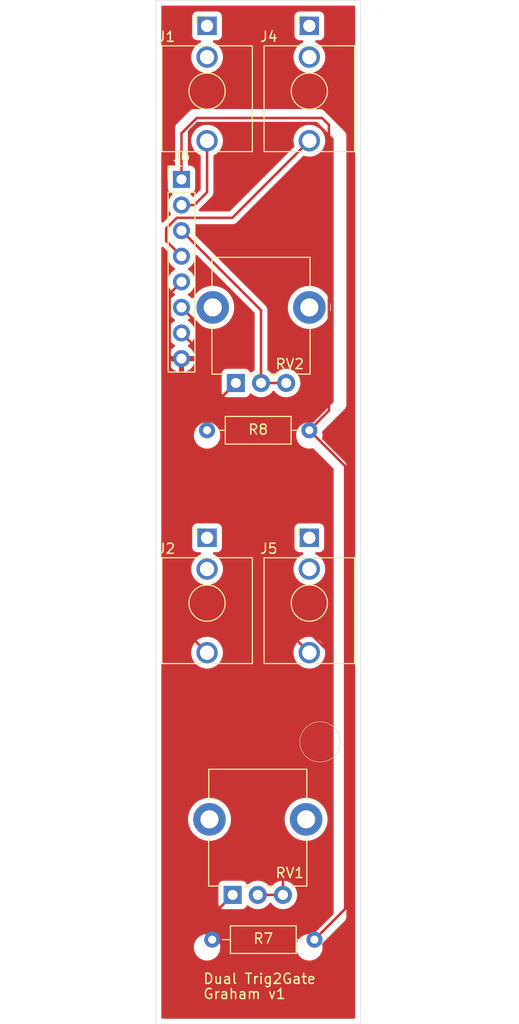
<source format=kicad_pcb>
(kicad_pcb (version 20171130) (host pcbnew 5.1.6-1.fc31)

  (general
    (thickness 1.6)
    (drawings 7)
    (tracks 45)
    (zones 0)
    (modules 9)
    (nets 15)
  )

  (page A4)
  (layers
    (0 F.Cu signal)
    (31 B.Cu signal)
    (32 B.Adhes user)
    (33 F.Adhes user)
    (34 B.Paste user)
    (35 F.Paste user)
    (36 B.SilkS user)
    (37 F.SilkS user)
    (38 B.Mask user)
    (39 F.Mask user)
    (40 Dwgs.User user)
    (41 Cmts.User user)
    (42 Eco1.User user)
    (43 Eco2.User user)
    (44 Edge.Cuts user)
    (45 Margin user)
    (46 B.CrtYd user)
    (47 F.CrtYd user)
    (48 B.Fab user)
    (49 F.Fab user)
  )

  (setup
    (last_trace_width 0.25)
    (trace_clearance 0.2)
    (zone_clearance 0.508)
    (zone_45_only no)
    (trace_min 0.2)
    (via_size 0.8)
    (via_drill 0.4)
    (via_min_size 0.4)
    (via_min_drill 0.3)
    (uvia_size 0.3)
    (uvia_drill 0.1)
    (uvias_allowed no)
    (uvia_min_size 0.2)
    (uvia_min_drill 0.1)
    (edge_width 0.05)
    (segment_width 0.2)
    (pcb_text_width 0.3)
    (pcb_text_size 1.5 1.5)
    (mod_edge_width 0.12)
    (mod_text_size 1 1)
    (mod_text_width 0.15)
    (pad_size 1.524 1.524)
    (pad_drill 0.762)
    (pad_to_mask_clearance 0.05)
    (aux_axis_origin 0 0)
    (visible_elements FFFFFF7F)
    (pcbplotparams
      (layerselection 0x010fc_ffffffff)
      (usegerberextensions false)
      (usegerberattributes true)
      (usegerberadvancedattributes true)
      (creategerberjobfile true)
      (excludeedgelayer true)
      (linewidth 0.100000)
      (plotframeref false)
      (viasonmask false)
      (mode 1)
      (useauxorigin false)
      (hpglpennumber 1)
      (hpglpenspeed 20)
      (hpglpendiameter 15.000000)
      (psnegative false)
      (psa4output false)
      (plotreference true)
      (plotvalue true)
      (plotinvisibletext false)
      (padsonsilk false)
      (subtractmaskfromsilk false)
      (outputformat 1)
      (mirror false)
      (drillshape 1)
      (scaleselection 1)
      (outputdirectory ""))
  )

  (net 0 "")
  (net 1 GND)
  (net 2 +12V)
  (net 3 "Net-(J1-PadS)")
  (net 4 "Net-(J2-PadS)")
  (net 5 "Net-(J4-PadS)")
  (net 6 "Net-(J5-PadS)")
  (net 7 "Net-(R7-Pad2)")
  (net 8 "Net-(R8-Pad2)")
  (net 9 V2)
  (net 10 V1)
  (net 11 T1)
  (net 12 T2)
  (net 13 G1)
  (net 14 G2)

  (net_class Default "This is the default net class."
    (clearance 0.2)
    (trace_width 0.25)
    (via_dia 0.8)
    (via_drill 0.4)
    (uvia_dia 0.3)
    (uvia_drill 0.1)
    (add_net +12V)
    (add_net G1)
    (add_net G2)
    (add_net GND)
    (add_net "Net-(J1-PadS)")
    (add_net "Net-(J2-PadS)")
    (add_net "Net-(J4-PadS)")
    (add_net "Net-(J5-PadS)")
    (add_net "Net-(R7-Pad2)")
    (add_net "Net-(R8-Pad2)")
    (add_net T1)
    (add_net T2)
    (add_net V1)
    (add_net V2)
  )

  (module Connector_PinHeader_2.54mm:PinHeader_1x08_P2.54mm_Vertical (layer F.Cu) (tedit 59FED5CC) (tstamp 5F7B1C54)
    (at 78.74 43.18)
    (descr "Through hole straight pin header, 1x08, 2.54mm pitch, single row")
    (tags "Through hole pin header THT 1x08 2.54mm single row")
    (path /5F8E37AB)
    (fp_text reference J6 (at 0 -2.33) (layer F.SilkS)
      (effects (font (size 1 1) (thickness 0.15)))
    )
    (fp_text value Conn_01x08_Male (at -3.74 8.82 90) (layer F.Fab)
      (effects (font (size 1 1) (thickness 0.15)))
    )
    (fp_line (start -0.635 -1.27) (end 1.27 -1.27) (layer F.Fab) (width 0.1))
    (fp_line (start 1.27 -1.27) (end 1.27 19.05) (layer F.Fab) (width 0.1))
    (fp_line (start 1.27 19.05) (end -1.27 19.05) (layer F.Fab) (width 0.1))
    (fp_line (start -1.27 19.05) (end -1.27 -0.635) (layer F.Fab) (width 0.1))
    (fp_line (start -1.27 -0.635) (end -0.635 -1.27) (layer F.Fab) (width 0.1))
    (fp_line (start -1.33 19.11) (end 1.33 19.11) (layer F.SilkS) (width 0.12))
    (fp_line (start -1.33 1.27) (end -1.33 19.11) (layer F.SilkS) (width 0.12))
    (fp_line (start 1.33 1.27) (end 1.33 19.11) (layer F.SilkS) (width 0.12))
    (fp_line (start -1.33 1.27) (end 1.33 1.27) (layer F.SilkS) (width 0.12))
    (fp_line (start -1.33 0) (end -1.33 -1.33) (layer F.SilkS) (width 0.12))
    (fp_line (start -1.33 -1.33) (end 0 -1.33) (layer F.SilkS) (width 0.12))
    (fp_line (start -1.8 -1.8) (end -1.8 19.55) (layer F.CrtYd) (width 0.05))
    (fp_line (start -1.8 19.55) (end 1.8 19.55) (layer F.CrtYd) (width 0.05))
    (fp_line (start 1.8 19.55) (end 1.8 -1.8) (layer F.CrtYd) (width 0.05))
    (fp_line (start 1.8 -1.8) (end -1.8 -1.8) (layer F.CrtYd) (width 0.05))
    (fp_text user %R (at 0 8.89 90) (layer F.Fab)
      (effects (font (size 1 1) (thickness 0.15)))
    )
    (pad 8 thru_hole oval (at 0 17.78) (size 1.7 1.7) (drill 1) (layers *.Cu *.Mask)
      (net 1 GND))
    (pad 7 thru_hole oval (at 0 15.24) (size 1.7 1.7) (drill 1) (layers *.Cu *.Mask)
      (net 14 G2))
    (pad 6 thru_hole oval (at 0 12.7) (size 1.7 1.7) (drill 1) (layers *.Cu *.Mask)
      (net 9 V2))
    (pad 5 thru_hole oval (at 0 10.16) (size 1.7 1.7) (drill 1) (layers *.Cu *.Mask)
      (net 12 T2))
    (pad 4 thru_hole oval (at 0 7.62) (size 1.7 1.7) (drill 1) (layers *.Cu *.Mask)
      (net 13 G1))
    (pad 3 thru_hole oval (at 0 5.08) (size 1.7 1.7) (drill 1) (layers *.Cu *.Mask)
      (net 10 V1))
    (pad 2 thru_hole oval (at 0 2.54) (size 1.7 1.7) (drill 1) (layers *.Cu *.Mask)
      (net 11 T1))
    (pad 1 thru_hole rect (at 0 0) (size 1.7 1.7) (drill 1) (layers *.Cu *.Mask)
      (net 2 +12V))
    (model ${KISYS3DMOD}/Connector_PinHeader_2.54mm.3dshapes/PinHeader_1x08_P2.54mm_Vertical.wrl
      (at (xyz 0 0 0))
      (scale (xyz 1 1 1))
      (rotate (xyz 0 0 0))
    )
  )

  (module Potentiometer_THT:Potentiometer_Alpha_RD901F-40-00D_Single_Vertical_CircularHoles (layer F.Cu) (tedit 5C6C6C48) (tstamp 5F7B211F)
    (at 84.14 63.38 90)
    (descr "Potentiometer, vertical, 9mm, single, http://www.taiwanalpha.com.tw/downloads?target=products&id=113")
    (tags "potentiometer vertical 9mm single")
    (path /5F7CF89D)
    (fp_text reference RV2 (at 1.88 5.36) (layer F.SilkS)
      (effects (font (size 1 1) (thickness 0.15)))
    )
    (fp_text value 1M (at 1.88 13.86 180) (layer F.Fab)
      (effects (font (size 1 1) (thickness 0.15)))
    )
    (fp_line (start -1.15 9.17) (end 12.6 9.17) (layer F.CrtYd) (width 0.05))
    (fp_line (start -1.15 -4.17) (end -1.15 9.17) (layer F.CrtYd) (width 0.05))
    (fp_line (start 12.6 -4.17) (end -1.15 -4.17) (layer F.CrtYd) (width 0.05))
    (fp_line (start 12.6 9.17) (end 12.6 -4.17) (layer F.CrtYd) (width 0.05))
    (fp_line (start 12.47 7.37) (end 12.47 -2.37) (layer F.SilkS) (width 0.12))
    (fp_line (start 0.88 7.37) (end 0.88 5.88) (layer F.SilkS) (width 0.12))
    (fp_line (start 9.41 7.37) (end 12.47 7.37) (layer F.SilkS) (width 0.12))
    (fp_line (start 0.88 -2.38) (end 5.6 -2.38) (layer F.SilkS) (width 0.12))
    (fp_circle (center 7.5 2.5) (end 7.5 -1) (layer F.Fab) (width 0.1))
    (fp_line (start 1 7.25) (end 1 -2.25) (layer F.Fab) (width 0.1))
    (fp_line (start 12.35 7.25) (end 12.35 -2.25) (layer F.Fab) (width 0.1))
    (fp_line (start 1 -2.25) (end 12.35 -2.25) (layer F.Fab) (width 0.1))
    (fp_line (start 1 7.25) (end 12.35 7.25) (layer F.Fab) (width 0.1))
    (fp_line (start 9.41 -2.37) (end 12.47 -2.37) (layer F.SilkS) (width 0.12))
    (fp_line (start 0.88 7.37) (end 5.6 7.37) (layer F.SilkS) (width 0.12))
    (fp_line (start 0.88 -1.19) (end 0.88 -2.37) (layer F.SilkS) (width 0.12))
    (fp_line (start 0.88 1.71) (end 0.88 1.18) (layer F.SilkS) (width 0.12))
    (fp_line (start 0.88 4.16) (end 0.88 3.33) (layer F.SilkS) (width 0.12))
    (fp_text user %R (at 1.88 5.36 180) (layer F.Fab)
      (effects (font (size 1 1) (thickness 0.15)))
    )
    (pad "" thru_hole circle (at 7.5 -2.3 180) (size 3.24 3.24) (drill 1.8) (layers *.Cu *.Mask))
    (pad "" thru_hole circle (at 7.5 7.3 180) (size 3.24 3.24) (drill 1.8) (layers *.Cu *.Mask))
    (pad 3 thru_hole circle (at 0 5 180) (size 1.8 1.8) (drill 1) (layers *.Cu *.Mask)
      (net 10 V1))
    (pad 2 thru_hole circle (at 0 2.5 180) (size 1.8 1.8) (drill 1) (layers *.Cu *.Mask)
      (net 10 V1))
    (pad 1 thru_hole rect (at 0 0 180) (size 1.8 1.8) (drill 1) (layers *.Cu *.Mask)
      (net 8 "Net-(R8-Pad2)"))
    (model ${KISYS3DMOD}/Potentiometer_THT.3dshapes/Potentiometer_Alpha_RD901F-40-00D_Single_Vertical.wrl
      (at (xyz 0 0 0))
      (scale (xyz 1 1 1))
      (rotate (xyz 0 0 0))
    )
  )

  (module Potentiometer_THT:Potentiometer_Alpha_RD901F-40-00D_Single_Vertical_CircularHoles (layer F.Cu) (tedit 5C6C6C48) (tstamp 5F7AF740)
    (at 83.82 114.18 90)
    (descr "Potentiometer, vertical, 9mm, single, http://www.taiwanalpha.com.tw/downloads?target=products&id=113")
    (tags "potentiometer vertical 9mm single")
    (path /5F8181EA)
    (fp_text reference RV1 (at 2.18 5.68) (layer F.SilkS)
      (effects (font (size 1 1) (thickness 0.15)))
    )
    (fp_text value 1M (at 0 10.11 270) (layer F.Fab)
      (effects (font (size 1 1) (thickness 0.15)))
    )
    (fp_line (start -1.15 9.17) (end 12.6 9.17) (layer F.CrtYd) (width 0.05))
    (fp_line (start -1.15 -4.17) (end -1.15 9.17) (layer F.CrtYd) (width 0.05))
    (fp_line (start 12.6 -4.17) (end -1.15 -4.17) (layer F.CrtYd) (width 0.05))
    (fp_line (start 12.6 9.17) (end 12.6 -4.17) (layer F.CrtYd) (width 0.05))
    (fp_line (start 12.47 7.37) (end 12.47 -2.37) (layer F.SilkS) (width 0.12))
    (fp_line (start 0.88 7.37) (end 0.88 5.88) (layer F.SilkS) (width 0.12))
    (fp_line (start 9.41 7.37) (end 12.47 7.37) (layer F.SilkS) (width 0.12))
    (fp_line (start 0.88 -2.38) (end 5.6 -2.38) (layer F.SilkS) (width 0.12))
    (fp_circle (center 7.5 2.5) (end 7.5 -1) (layer F.Fab) (width 0.1))
    (fp_line (start 1 7.25) (end 1 -2.25) (layer F.Fab) (width 0.1))
    (fp_line (start 12.35 7.25) (end 12.35 -2.25) (layer F.Fab) (width 0.1))
    (fp_line (start 1 -2.25) (end 12.35 -2.25) (layer F.Fab) (width 0.1))
    (fp_line (start 1 7.25) (end 12.35 7.25) (layer F.Fab) (width 0.1))
    (fp_line (start 9.41 -2.37) (end 12.47 -2.37) (layer F.SilkS) (width 0.12))
    (fp_line (start 0.88 7.37) (end 5.6 7.37) (layer F.SilkS) (width 0.12))
    (fp_line (start 0.88 -1.19) (end 0.88 -2.37) (layer F.SilkS) (width 0.12))
    (fp_line (start 0.88 1.71) (end 0.88 1.18) (layer F.SilkS) (width 0.12))
    (fp_line (start 0.88 4.16) (end 0.88 3.33) (layer F.SilkS) (width 0.12))
    (fp_text user %R (at 2.18 5.68 180) (layer F.Fab)
      (effects (font (size 1 1) (thickness 0.15)))
    )
    (pad "" thru_hole circle (at 7.5 -2.3 180) (size 3.24 3.24) (drill 1.8) (layers *.Cu *.Mask))
    (pad "" thru_hole circle (at 7.5 7.3 180) (size 3.24 3.24) (drill 1.8) (layers *.Cu *.Mask))
    (pad 3 thru_hole circle (at 0 5 180) (size 1.8 1.8) (drill 1) (layers *.Cu *.Mask)
      (net 9 V2))
    (pad 2 thru_hole circle (at 0 2.5 180) (size 1.8 1.8) (drill 1) (layers *.Cu *.Mask)
      (net 9 V2))
    (pad 1 thru_hole rect (at 0 0 180) (size 1.8 1.8) (drill 1) (layers *.Cu *.Mask)
      (net 7 "Net-(R7-Pad2)"))
    (model ${KISYS3DMOD}/Potentiometer_THT.3dshapes/Potentiometer_Alpha_RD901F-40-00D_Single_Vertical.wrl
      (at (xyz 0 0 0))
      (scale (xyz 1 1 1))
      (rotate (xyz 0 0 0))
    )
  )

  (module Resistor_THT:R_Axial_DIN0207_L6.3mm_D2.5mm_P10.16mm_Horizontal (layer F.Cu) (tedit 5AE5139B) (tstamp 5F7AF69A)
    (at 91.44 68.072 180)
    (descr "Resistor, Axial_DIN0207 series, Axial, Horizontal, pin pitch=10.16mm, 0.25W = 1/4W, length*diameter=6.3*2.5mm^2, http://cdn-reichelt.de/documents/datenblatt/B400/1_4W%23YAG.pdf")
    (tags "Resistor Axial_DIN0207 series Axial Horizontal pin pitch 10.16mm 0.25W = 1/4W length 6.3mm diameter 2.5mm")
    (path /5F7CC464)
    (fp_text reference R8 (at 5.08 0.072) (layer F.SilkS)
      (effects (font (size 1 1) (thickness 0.15)))
    )
    (fp_text value 2K2 (at -7.06 0.072) (layer F.Fab)
      (effects (font (size 1 1) (thickness 0.15)))
    )
    (fp_line (start 1.93 -1.25) (end 1.93 1.25) (layer F.Fab) (width 0.1))
    (fp_line (start 1.93 1.25) (end 8.23 1.25) (layer F.Fab) (width 0.1))
    (fp_line (start 8.23 1.25) (end 8.23 -1.25) (layer F.Fab) (width 0.1))
    (fp_line (start 8.23 -1.25) (end 1.93 -1.25) (layer F.Fab) (width 0.1))
    (fp_line (start 0 0) (end 1.93 0) (layer F.Fab) (width 0.1))
    (fp_line (start 10.16 0) (end 8.23 0) (layer F.Fab) (width 0.1))
    (fp_line (start 1.81 -1.37) (end 1.81 1.37) (layer F.SilkS) (width 0.12))
    (fp_line (start 1.81 1.37) (end 8.35 1.37) (layer F.SilkS) (width 0.12))
    (fp_line (start 8.35 1.37) (end 8.35 -1.37) (layer F.SilkS) (width 0.12))
    (fp_line (start 8.35 -1.37) (end 1.81 -1.37) (layer F.SilkS) (width 0.12))
    (fp_line (start 1.04 0) (end 1.81 0) (layer F.SilkS) (width 0.12))
    (fp_line (start 9.12 0) (end 8.35 0) (layer F.SilkS) (width 0.12))
    (fp_line (start -1.05 -1.5) (end -1.05 1.5) (layer F.CrtYd) (width 0.05))
    (fp_line (start -1.05 1.5) (end 11.21 1.5) (layer F.CrtYd) (width 0.05))
    (fp_line (start 11.21 1.5) (end 11.21 -1.5) (layer F.CrtYd) (width 0.05))
    (fp_line (start 11.21 -1.5) (end -1.05 -1.5) (layer F.CrtYd) (width 0.05))
    (fp_text user %R (at 5.08 0) (layer F.Fab)
      (effects (font (size 1 1) (thickness 0.15)))
    )
    (pad 2 thru_hole oval (at 10.16 0 180) (size 1.6 1.6) (drill 0.8) (layers *.Cu *.Mask)
      (net 8 "Net-(R8-Pad2)"))
    (pad 1 thru_hole circle (at 0 0 180) (size 1.6 1.6) (drill 0.8) (layers *.Cu *.Mask)
      (net 2 +12V))
    (model ${KISYS3DMOD}/Resistor_THT.3dshapes/R_Axial_DIN0207_L6.3mm_D2.5mm_P10.16mm_Horizontal.wrl
      (at (xyz 0 0 0))
      (scale (xyz 1 1 1))
      (rotate (xyz 0 0 0))
    )
  )

  (module Resistor_THT:R_Axial_DIN0207_L6.3mm_D2.5mm_P10.16mm_Horizontal (layer F.Cu) (tedit 5AE5139B) (tstamp 5F7AF683)
    (at 91.948 118.618 180)
    (descr "Resistor, Axial_DIN0207 series, Axial, Horizontal, pin pitch=10.16mm, 0.25W = 1/4W, length*diameter=6.3*2.5mm^2, http://cdn-reichelt.de/documents/datenblatt/B400/1_4W%23YAG.pdf")
    (tags "Resistor Axial_DIN0207 series Axial Horizontal pin pitch 10.16mm 0.25W = 1/4W length 6.3mm diameter 2.5mm")
    (path /5F81A1F4)
    (fp_text reference R7 (at 5.08 0.118) (layer F.SilkS)
      (effects (font (size 1 1) (thickness 0.15)))
    )
    (fp_text value 2K2 (at -7.552 0.618) (layer F.Fab)
      (effects (font (size 1 1) (thickness 0.15)))
    )
    (fp_line (start 1.93 -1.25) (end 1.93 1.25) (layer F.Fab) (width 0.1))
    (fp_line (start 1.93 1.25) (end 8.23 1.25) (layer F.Fab) (width 0.1))
    (fp_line (start 8.23 1.25) (end 8.23 -1.25) (layer F.Fab) (width 0.1))
    (fp_line (start 8.23 -1.25) (end 1.93 -1.25) (layer F.Fab) (width 0.1))
    (fp_line (start 0 0) (end 1.93 0) (layer F.Fab) (width 0.1))
    (fp_line (start 10.16 0) (end 8.23 0) (layer F.Fab) (width 0.1))
    (fp_line (start 1.81 -1.37) (end 1.81 1.37) (layer F.SilkS) (width 0.12))
    (fp_line (start 1.81 1.37) (end 8.35 1.37) (layer F.SilkS) (width 0.12))
    (fp_line (start 8.35 1.37) (end 8.35 -1.37) (layer F.SilkS) (width 0.12))
    (fp_line (start 8.35 -1.37) (end 1.81 -1.37) (layer F.SilkS) (width 0.12))
    (fp_line (start 1.04 0) (end 1.81 0) (layer F.SilkS) (width 0.12))
    (fp_line (start 9.12 0) (end 8.35 0) (layer F.SilkS) (width 0.12))
    (fp_line (start -1.05 -1.5) (end -1.05 1.5) (layer F.CrtYd) (width 0.05))
    (fp_line (start -1.05 1.5) (end 11.21 1.5) (layer F.CrtYd) (width 0.05))
    (fp_line (start 11.21 1.5) (end 11.21 -1.5) (layer F.CrtYd) (width 0.05))
    (fp_line (start 11.21 -1.5) (end -1.05 -1.5) (layer F.CrtYd) (width 0.05))
    (fp_text user %R (at 5.08 0) (layer F.Fab)
      (effects (font (size 1 1) (thickness 0.15)))
    )
    (pad 2 thru_hole oval (at 10.16 0 180) (size 1.6 1.6) (drill 0.8) (layers *.Cu *.Mask)
      (net 7 "Net-(R7-Pad2)"))
    (pad 1 thru_hole circle (at 0 0 180) (size 1.6 1.6) (drill 0.8) (layers *.Cu *.Mask)
      (net 2 +12V))
    (model ${KISYS3DMOD}/Resistor_THT.3dshapes/R_Axial_DIN0207_L6.3mm_D2.5mm_P10.16mm_Horizontal.wrl
      (at (xyz 0 0 0))
      (scale (xyz 1 1 1))
      (rotate (xyz 0 0 0))
    )
  )

  (module Connector_Audio:Jack_3.5mm_QingPu_WQP-PJ398SM_Vertical_CircularHoles (layer F.Cu) (tedit 5C2B6BB2) (tstamp 5F7AF5BE)
    (at 91.44 78.74)
    (descr "TRS 3.5mm, vertical, Thonkiconn, PCB mount, (http://www.qingpu-electronics.com/en/products/WQP-PJ398SM-362.html)")
    (tags "WQP-PJ398SM WQP-PJ301M-12 TRS 3.5mm mono vertical jack thonkiconn qingpu")
    (path /5F7A7771)
    (fp_text reference J5 (at -4.03 1.08 180) (layer F.SilkS)
      (effects (font (size 1 1) (thickness 0.15)))
    )
    (fp_text value AudioJack2_Ground (at 13.56 -0.24 180) (layer F.Fab)
      (effects (font (size 1 1) (thickness 0.15)))
    )
    (fp_line (start -5 12.98) (end -5 -1.42) (layer F.CrtYd) (width 0.05))
    (fp_line (start -4.5 12.48) (end -4.5 2.08) (layer F.Fab) (width 0.1))
    (fp_line (start -4.5 1.98) (end -4.5 12.48) (layer F.SilkS) (width 0.12))
    (fp_line (start 4.5 1.98) (end 4.5 12.48) (layer F.SilkS) (width 0.12))
    (fp_circle (center 0 6.48) (end 1.5 6.48) (layer Dwgs.User) (width 0.12))
    (fp_line (start 0.09 7.96) (end 1.48 6.57) (layer Dwgs.User) (width 0.12))
    (fp_line (start -0.58 7.83) (end 1.36 5.89) (layer Dwgs.User) (width 0.12))
    (fp_line (start -1.07 7.49) (end 1.01 5.41) (layer Dwgs.User) (width 0.12))
    (fp_line (start -1.42 6.875) (end 0.4 5.06) (layer Dwgs.User) (width 0.12))
    (fp_line (start -1.41 6.02) (end -0.46 5.07) (layer Dwgs.User) (width 0.12))
    (fp_line (start 4.5 12.48) (end 0.5 12.48) (layer F.SilkS) (width 0.12))
    (fp_line (start -0.5 12.48) (end -4.5 12.48) (layer F.SilkS) (width 0.12))
    (fp_line (start 4.5 1.98) (end 0.35 1.98) (layer F.SilkS) (width 0.12))
    (fp_line (start -0.35 1.98) (end -4.5 1.98) (layer F.SilkS) (width 0.12))
    (fp_circle (center 0 6.48) (end 1.8 6.48) (layer F.SilkS) (width 0.12))
    (fp_line (start -1.06 -1) (end -1.06 -0.2) (layer F.SilkS) (width 0.12))
    (fp_line (start -1.06 -1) (end -0.2 -1) (layer F.SilkS) (width 0.12))
    (fp_line (start 4.5 12.48) (end 4.5 2.08) (layer F.Fab) (width 0.1))
    (fp_line (start 4.5 12.48) (end -4.5 12.48) (layer F.Fab) (width 0.1))
    (fp_line (start 5 12.98) (end 5 -1.42) (layer F.CrtYd) (width 0.05))
    (fp_line (start 5 12.98) (end -5 12.98) (layer F.CrtYd) (width 0.05))
    (fp_line (start 5 -1.42) (end -5 -1.42) (layer F.CrtYd) (width 0.05))
    (fp_line (start 4.5 2.03) (end -4.5 2.03) (layer F.Fab) (width 0.1))
    (fp_circle (center 0 6.48) (end 1.8 6.48) (layer F.Fab) (width 0.1))
    (fp_line (start 0 0) (end 0 2.03) (layer F.Fab) (width 0.1))
    (fp_text user %R (at 0 8 180) (layer F.Fab)
      (effects (font (size 1 1) (thickness 0.15)))
    )
    (fp_text user KEEPOUT (at 0 6.48) (layer Cmts.User)
      (effects (font (size 0.4 0.4) (thickness 0.051)))
    )
    (pad T thru_hole circle (at 0 11.4 180) (size 2.13 2.13) (drill 1.43) (layers *.Cu *.Mask)
      (net 14 G2))
    (pad S thru_hole rect (at 0 0 180) (size 1.93 1.83) (drill 1.22) (layers *.Cu *.Mask)
      (net 6 "Net-(J5-PadS)"))
    (pad TN thru_hole circle (at 0 3.1 180) (size 2.13 2.13) (drill 1.42) (layers *.Cu *.Mask))
    (model ${KISYS3DMOD}/Connector_Audio.3dshapes/Jack_3.5mm_QingPu_WQP-PJ398SM_Vertical.wrl
      (at (xyz 0 0 0))
      (scale (xyz 1 1 1))
      (rotate (xyz 0 0 0))
    )
  )

  (module Connector_Audio:Jack_3.5mm_QingPu_WQP-PJ398SM_Vertical_CircularHoles (layer F.Cu) (tedit 5C2B6BB2) (tstamp 5F7AF59C)
    (at 91.44 27.94)
    (descr "TRS 3.5mm, vertical, Thonkiconn, PCB mount, (http://www.qingpu-electronics.com/en/products/WQP-PJ398SM-362.html)")
    (tags "WQP-PJ398SM WQP-PJ301M-12 TRS 3.5mm mono vertical jack thonkiconn qingpu")
    (path /5F7A6CEC)
    (fp_text reference J4 (at -4.03 1.08 180) (layer F.SilkS)
      (effects (font (size 1 1) (thickness 0.15)))
    )
    (fp_text value AudioJack2_Ground (at 13.06 -0.44 180) (layer F.Fab)
      (effects (font (size 1 1) (thickness 0.15)))
    )
    (fp_line (start -5 12.98) (end -5 -1.42) (layer F.CrtYd) (width 0.05))
    (fp_line (start -4.5 12.48) (end -4.5 2.08) (layer F.Fab) (width 0.1))
    (fp_line (start -4.5 1.98) (end -4.5 12.48) (layer F.SilkS) (width 0.12))
    (fp_line (start 4.5 1.98) (end 4.5 12.48) (layer F.SilkS) (width 0.12))
    (fp_circle (center 0 6.48) (end 1.5 6.48) (layer Dwgs.User) (width 0.12))
    (fp_line (start 0.09 7.96) (end 1.48 6.57) (layer Dwgs.User) (width 0.12))
    (fp_line (start -0.58 7.83) (end 1.36 5.89) (layer Dwgs.User) (width 0.12))
    (fp_line (start -1.07 7.49) (end 1.01 5.41) (layer Dwgs.User) (width 0.12))
    (fp_line (start -1.42 6.875) (end 0.4 5.06) (layer Dwgs.User) (width 0.12))
    (fp_line (start -1.41 6.02) (end -0.46 5.07) (layer Dwgs.User) (width 0.12))
    (fp_line (start 4.5 12.48) (end 0.5 12.48) (layer F.SilkS) (width 0.12))
    (fp_line (start -0.5 12.48) (end -4.5 12.48) (layer F.SilkS) (width 0.12))
    (fp_line (start 4.5 1.98) (end 0.35 1.98) (layer F.SilkS) (width 0.12))
    (fp_line (start -0.35 1.98) (end -4.5 1.98) (layer F.SilkS) (width 0.12))
    (fp_circle (center 0 6.48) (end 1.8 6.48) (layer F.SilkS) (width 0.12))
    (fp_line (start -1.06 -1) (end -1.06 -0.2) (layer F.SilkS) (width 0.12))
    (fp_line (start -1.06 -1) (end -0.2 -1) (layer F.SilkS) (width 0.12))
    (fp_line (start 4.5 12.48) (end 4.5 2.08) (layer F.Fab) (width 0.1))
    (fp_line (start 4.5 12.48) (end -4.5 12.48) (layer F.Fab) (width 0.1))
    (fp_line (start 5 12.98) (end 5 -1.42) (layer F.CrtYd) (width 0.05))
    (fp_line (start 5 12.98) (end -5 12.98) (layer F.CrtYd) (width 0.05))
    (fp_line (start 5 -1.42) (end -5 -1.42) (layer F.CrtYd) (width 0.05))
    (fp_line (start 4.5 2.03) (end -4.5 2.03) (layer F.Fab) (width 0.1))
    (fp_circle (center 0 6.48) (end 1.8 6.48) (layer F.Fab) (width 0.1))
    (fp_line (start 0 0) (end 0 2.03) (layer F.Fab) (width 0.1))
    (fp_text user %R (at 0 8 180) (layer F.Fab)
      (effects (font (size 1 1) (thickness 0.15)))
    )
    (fp_text user KEEPOUT (at 0 6.48) (layer Cmts.User)
      (effects (font (size 0.4 0.4) (thickness 0.051)))
    )
    (pad T thru_hole circle (at 0 11.4 180) (size 2.13 2.13) (drill 1.43) (layers *.Cu *.Mask)
      (net 13 G1))
    (pad S thru_hole rect (at 0 0 180) (size 1.93 1.83) (drill 1.22) (layers *.Cu *.Mask)
      (net 5 "Net-(J4-PadS)"))
    (pad TN thru_hole circle (at 0 3.1 180) (size 2.13 2.13) (drill 1.42) (layers *.Cu *.Mask))
    (model ${KISYS3DMOD}/Connector_Audio.3dshapes/Jack_3.5mm_QingPu_WQP-PJ398SM_Vertical.wrl
      (at (xyz 0 0 0))
      (scale (xyz 1 1 1))
      (rotate (xyz 0 0 0))
    )
  )

  (module Connector_Audio:Jack_3.5mm_QingPu_WQP-PJ398SM_Vertical_CircularHoles (layer F.Cu) (tedit 5C2B6BB2) (tstamp 5F7AF55A)
    (at 81.28 78.74)
    (descr "TRS 3.5mm, vertical, Thonkiconn, PCB mount, (http://www.qingpu-electronics.com/en/products/WQP-PJ398SM-362.html)")
    (tags "WQP-PJ398SM WQP-PJ301M-12 TRS 3.5mm mono vertical jack thonkiconn qingpu")
    (path /5F7A660E)
    (fp_text reference J2 (at -4.03 1.08 180) (layer F.SilkS)
      (effects (font (size 1 1) (thickness 0.15)))
    )
    (fp_text value AudioJack2_Ground (at -13.28 -0.74 180) (layer F.Fab)
      (effects (font (size 1 1) (thickness 0.15)))
    )
    (fp_line (start -5 12.98) (end -5 -1.42) (layer F.CrtYd) (width 0.05))
    (fp_line (start -4.5 12.48) (end -4.5 2.08) (layer F.Fab) (width 0.1))
    (fp_line (start -4.5 1.98) (end -4.5 12.48) (layer F.SilkS) (width 0.12))
    (fp_line (start 4.5 1.98) (end 4.5 12.48) (layer F.SilkS) (width 0.12))
    (fp_circle (center 0 6.48) (end 1.5 6.48) (layer Dwgs.User) (width 0.12))
    (fp_line (start 0.09 7.96) (end 1.48 6.57) (layer Dwgs.User) (width 0.12))
    (fp_line (start -0.58 7.83) (end 1.36 5.89) (layer Dwgs.User) (width 0.12))
    (fp_line (start -1.07 7.49) (end 1.01 5.41) (layer Dwgs.User) (width 0.12))
    (fp_line (start -1.42 6.875) (end 0.4 5.06) (layer Dwgs.User) (width 0.12))
    (fp_line (start -1.41 6.02) (end -0.46 5.07) (layer Dwgs.User) (width 0.12))
    (fp_line (start 4.5 12.48) (end 0.5 12.48) (layer F.SilkS) (width 0.12))
    (fp_line (start -0.5 12.48) (end -4.5 12.48) (layer F.SilkS) (width 0.12))
    (fp_line (start 4.5 1.98) (end 0.35 1.98) (layer F.SilkS) (width 0.12))
    (fp_line (start -0.35 1.98) (end -4.5 1.98) (layer F.SilkS) (width 0.12))
    (fp_circle (center 0 6.48) (end 1.8 6.48) (layer F.SilkS) (width 0.12))
    (fp_line (start -1.06 -1) (end -1.06 -0.2) (layer F.SilkS) (width 0.12))
    (fp_line (start -1.06 -1) (end -0.2 -1) (layer F.SilkS) (width 0.12))
    (fp_line (start 4.5 12.48) (end 4.5 2.08) (layer F.Fab) (width 0.1))
    (fp_line (start 4.5 12.48) (end -4.5 12.48) (layer F.Fab) (width 0.1))
    (fp_line (start 5 12.98) (end 5 -1.42) (layer F.CrtYd) (width 0.05))
    (fp_line (start 5 12.98) (end -5 12.98) (layer F.CrtYd) (width 0.05))
    (fp_line (start 5 -1.42) (end -5 -1.42) (layer F.CrtYd) (width 0.05))
    (fp_line (start 4.5 2.03) (end -4.5 2.03) (layer F.Fab) (width 0.1))
    (fp_circle (center 0 6.48) (end 1.8 6.48) (layer F.Fab) (width 0.1))
    (fp_line (start 0 0) (end 0 2.03) (layer F.Fab) (width 0.1))
    (fp_text user %R (at 0 8 180) (layer F.Fab)
      (effects (font (size 1 1) (thickness 0.15)))
    )
    (fp_text user KEEPOUT (at 0 6.48) (layer Cmts.User)
      (effects (font (size 0.4 0.4) (thickness 0.051)))
    )
    (pad T thru_hole circle (at 0 11.4 180) (size 2.13 2.13) (drill 1.43) (layers *.Cu *.Mask)
      (net 12 T2))
    (pad S thru_hole rect (at 0 0 180) (size 1.93 1.83) (drill 1.22) (layers *.Cu *.Mask)
      (net 4 "Net-(J2-PadS)"))
    (pad TN thru_hole circle (at 0 3.1 180) (size 2.13 2.13) (drill 1.42) (layers *.Cu *.Mask))
    (model ${KISYS3DMOD}/Connector_Audio.3dshapes/Jack_3.5mm_QingPu_WQP-PJ398SM_Vertical.wrl
      (at (xyz 0 0 0))
      (scale (xyz 1 1 1))
      (rotate (xyz 0 0 0))
    )
  )

  (module Connector_Audio:Jack_3.5mm_QingPu_WQP-PJ398SM_Vertical_CircularHoles (layer F.Cu) (tedit 5C2B6BB2) (tstamp 5F7B006D)
    (at 81.28 27.94)
    (descr "TRS 3.5mm, vertical, Thonkiconn, PCB mount, (http://www.qingpu-electronics.com/en/products/WQP-PJ398SM-362.html)")
    (tags "WQP-PJ398SM WQP-PJ301M-12 TRS 3.5mm mono vertical jack thonkiconn qingpu")
    (path /5F7A595A)
    (fp_text reference J1 (at -4.03 1.08 180) (layer F.SilkS)
      (effects (font (size 1 1) (thickness 0.15)))
    )
    (fp_text value AudioJack2_Ground (at -13.28 0.06 180) (layer F.Fab)
      (effects (font (size 1 1) (thickness 0.15)))
    )
    (fp_line (start -5 12.98) (end -5 -1.42) (layer F.CrtYd) (width 0.05))
    (fp_line (start -4.5 12.48) (end -4.5 2.08) (layer F.Fab) (width 0.1))
    (fp_line (start -4.5 1.98) (end -4.5 12.48) (layer F.SilkS) (width 0.12))
    (fp_line (start 4.5 1.98) (end 4.5 12.48) (layer F.SilkS) (width 0.12))
    (fp_circle (center 0 6.48) (end 1.5 6.48) (layer Dwgs.User) (width 0.12))
    (fp_line (start 0.09 7.96) (end 1.48 6.57) (layer Dwgs.User) (width 0.12))
    (fp_line (start -0.58 7.83) (end 1.36 5.89) (layer Dwgs.User) (width 0.12))
    (fp_line (start -1.07 7.49) (end 1.01 5.41) (layer Dwgs.User) (width 0.12))
    (fp_line (start -1.42 6.875) (end 0.4 5.06) (layer Dwgs.User) (width 0.12))
    (fp_line (start -1.41 6.02) (end -0.46 5.07) (layer Dwgs.User) (width 0.12))
    (fp_line (start 4.5 12.48) (end 0.5 12.48) (layer F.SilkS) (width 0.12))
    (fp_line (start -0.5 12.48) (end -4.5 12.48) (layer F.SilkS) (width 0.12))
    (fp_line (start 4.5 1.98) (end 0.35 1.98) (layer F.SilkS) (width 0.12))
    (fp_line (start -0.35 1.98) (end -4.5 1.98) (layer F.SilkS) (width 0.12))
    (fp_circle (center 0 6.48) (end 1.8 6.48) (layer F.SilkS) (width 0.12))
    (fp_line (start -1.06 -1) (end -1.06 -0.2) (layer F.SilkS) (width 0.12))
    (fp_line (start -1.06 -1) (end -0.2 -1) (layer F.SilkS) (width 0.12))
    (fp_line (start 4.5 12.48) (end 4.5 2.08) (layer F.Fab) (width 0.1))
    (fp_line (start 4.5 12.48) (end -4.5 12.48) (layer F.Fab) (width 0.1))
    (fp_line (start 5 12.98) (end 5 -1.42) (layer F.CrtYd) (width 0.05))
    (fp_line (start 5 12.98) (end -5 12.98) (layer F.CrtYd) (width 0.05))
    (fp_line (start 5 -1.42) (end -5 -1.42) (layer F.CrtYd) (width 0.05))
    (fp_line (start 4.5 2.03) (end -4.5 2.03) (layer F.Fab) (width 0.1))
    (fp_circle (center 0 6.48) (end 1.8 6.48) (layer F.Fab) (width 0.1))
    (fp_line (start 0 0) (end 0 2.03) (layer F.Fab) (width 0.1))
    (fp_text user %R (at 0 8 180) (layer F.Fab)
      (effects (font (size 1 1) (thickness 0.15)))
    )
    (fp_text user KEEPOUT (at 0 6.48) (layer Cmts.User)
      (effects (font (size 0.4 0.4) (thickness 0.051)))
    )
    (pad T thru_hole circle (at 0 11.4 180) (size 2.13 2.13) (drill 1.43) (layers *.Cu *.Mask)
      (net 11 T1))
    (pad S thru_hole rect (at 0 0 180) (size 1.93 1.83) (drill 1.22) (layers *.Cu *.Mask)
      (net 3 "Net-(J1-PadS)"))
    (pad TN thru_hole circle (at 0 3.1 180) (size 2.13 2.13) (drill 1.42) (layers *.Cu *.Mask))
    (model ${KISYS3DMOD}/Connector_Audio.3dshapes/Jack_3.5mm_QingPu_WQP-PJ398SM_Vertical.wrl
      (at (xyz 0 0 0))
      (scale (xyz 1 1 1))
      (rotate (xyz 0 0 0))
    )
  )

  (gr_circle (center 92.5 99) (end 94.5 99) (layer Edge.Cuts) (width 0.05))
  (gr_text "Graham v1" (at 85 124) (layer F.SilkS)
    (effects (font (size 1 1) (thickness 0.15)))
  )
  (gr_text "Dual Trig2Gate" (at 86.5 122.5) (layer F.SilkS)
    (effects (font (size 1 1) (thickness 0.15)))
  )
  (gr_line (start 96.52 25.4) (end 76.2 25.4) (layer Edge.Cuts) (width 0.05) (tstamp 5F7AFFE5))
  (gr_line (start 96.52 127) (end 96.52 25.4) (layer Edge.Cuts) (width 0.05))
  (gr_line (start 76.2 127) (end 96.52 127) (layer Edge.Cuts) (width 0.05))
  (gr_line (start 76.2 25.4) (end 76.2 127) (layer Edge.Cuts) (width 0.05))

  (segment (start 78.74 43.18) (end 78.74 38.608) (width 0.25) (layer F.Cu) (net 2))
  (segment (start 78.74 38.608) (end 80.264 37.084) (width 0.25) (layer F.Cu) (net 2))
  (segment (start 80.264 37.084) (end 92.71 37.084) (width 0.25) (layer F.Cu) (net 2))
  (segment (start 93.385001 37.759001) (end 93.385001 66.126999) (width 0.25) (layer F.Cu) (net 2))
  (segment (start 93.385001 66.126999) (end 91.44 68.072) (width 0.25) (layer F.Cu) (net 2))
  (segment (start 92.71 37.084) (end 93.385001 37.759001) (width 0.25) (layer F.Cu) (net 2))
  (segment (start 94.996 71.628) (end 91.44 68.072) (width 0.25) (layer F.Cu) (net 2))
  (segment (start 91.948 118.618) (end 94.996 115.57) (width 0.25) (layer F.Cu) (net 2))
  (segment (start 94.996 115.57) (end 94.996 71.628) (width 0.25) (layer F.Cu) (net 2))
  (segment (start 81.788 116.212) (end 83.82 114.18) (width 0.25) (layer F.Cu) (net 7))
  (segment (start 81.788 118.618) (end 81.788 116.212) (width 0.25) (layer F.Cu) (net 7))
  (segment (start 81.28 66.24) (end 84.14 63.38) (width 0.25) (layer F.Cu) (net 8))
  (segment (start 81.28 68.072) (end 81.28 66.24) (width 0.25) (layer F.Cu) (net 8))
  (segment (start 86.32 114.18) (end 88.82 114.18) (width 0.25) (layer F.Cu) (net 9))
  (segment (start 82.042 64.008) (end 82.042 59.182) (width 0.25) (layer F.Cu) (net 9))
  (segment (start 79.756 73.152) (end 79.756 66.294) (width 0.25) (layer F.Cu) (net 9))
  (segment (start 82.042 59.182) (end 78.74 55.88) (width 0.25) (layer F.Cu) (net 9))
  (segment (start 79.756 66.294) (end 82.042 64.008) (width 0.25) (layer F.Cu) (net 9))
  (segment (start 87.63 81.026) (end 79.756 73.152) (width 0.25) (layer F.Cu) (net 9))
  (segment (start 87.63 84.328) (end 87.63 81.026) (width 0.25) (layer F.Cu) (net 9))
  (segment (start 88.82 97.18) (end 93.5 92.5) (width 0.25) (layer F.Cu) (net 9))
  (segment (start 88.82 114.18) (end 88.82 97.18) (width 0.25) (layer F.Cu) (net 9))
  (segment (start 93.5 92.5) (end 93.5 90.198) (width 0.25) (layer F.Cu) (net 9))
  (segment (start 93.5 90.198) (end 87.63 84.328) (width 0.25) (layer F.Cu) (net 9))
  (segment (start 86.64 56.16) (end 86.64 63.38) (width 0.25) (layer F.Cu) (net 10))
  (segment (start 78.74 48.26) (end 86.64 56.16) (width 0.25) (layer F.Cu) (net 10))
  (segment (start 86.64 63.38) (end 89.14 63.38) (width 0.25) (layer F.Cu) (net 10))
  (segment (start 78.74 45.72) (end 80.01 45.72) (width 0.25) (layer F.Cu) (net 11))
  (segment (start 81.28 44.45) (end 81.28 39.34) (width 0.25) (layer F.Cu) (net 11))
  (segment (start 80.01 45.72) (end 81.28 44.45) (width 0.25) (layer F.Cu) (net 11))
  (segment (start 77.564999 86.424999) (end 81.28 90.14) (width 0.25) (layer F.Cu) (net 12))
  (segment (start 77.564999 54.515001) (end 77.564999 86.424999) (width 0.25) (layer F.Cu) (net 12))
  (segment (start 78.74 53.34) (end 77.564999 54.515001) (width 0.25) (layer F.Cu) (net 12))
  (segment (start 78.74 50.8) (end 77.216 49.276) (width 0.25) (layer F.Cu) (net 13))
  (segment (start 83.79 46.99) (end 91.44 39.34) (width 0.25) (layer F.Cu) (net 13))
  (segment (start 78.270998 46.99) (end 83.79 46.99) (width 0.25) (layer F.Cu) (net 13))
  (segment (start 77.216 48.044998) (end 78.270998 46.99) (width 0.25) (layer F.Cu) (net 13))
  (segment (start 77.216 49.276) (end 77.216 48.044998) (width 0.25) (layer F.Cu) (net 13))
  (segment (start 78.74 58.42) (end 81.28 60.96) (width 0.25) (layer F.Cu) (net 14))
  (segment (start 81.28 60.96) (end 81.28 62.738) (width 0.25) (layer F.Cu) (net 14))
  (segment (start 81.28 62.738) (end 78.74 65.278) (width 0.25) (layer F.Cu) (net 14))
  (segment (start 78.74 65.278) (end 78.74 86.106) (width 0.25) (layer F.Cu) (net 14))
  (segment (start 78.74 86.106) (end 80.772 88.138) (width 0.25) (layer F.Cu) (net 14))
  (segment (start 89.438 88.138) (end 91.44 90.14) (width 0.25) (layer F.Cu) (net 14))
  (segment (start 80.772 88.138) (end 89.438 88.138) (width 0.25) (layer F.Cu) (net 14))

  (zone (net 1) (net_name GND) (layer F.Cu) (tstamp 0) (hatch edge 0.508)
    (connect_pads (clearance 0.508))
    (min_thickness 0.254)
    (fill yes (arc_segments 32) (thermal_gap 0.508) (thermal_bridge_width 0.508))
    (polygon
      (pts
        (xy 96.266 126.746) (xy 76.454 126.746) (xy 76.454 25.654) (xy 96.266 25.654)
      )
    )
    (filled_polygon
      (pts
        (xy 95.86 126.34) (xy 76.86 126.34) (xy 76.86 119.238665) (xy 79.845 119.238665) (xy 79.845 119.521335)
        (xy 79.900147 119.798574) (xy 80.00832 120.059727) (xy 80.165363 120.294759) (xy 80.365241 120.494637) (xy 80.600273 120.65168)
        (xy 80.861426 120.759853) (xy 81.138665 120.815) (xy 81.421335 120.815) (xy 81.698574 120.759853) (xy 81.959727 120.65168)
        (xy 82.194759 120.494637) (xy 82.394637 120.294759) (xy 82.55168 120.059727) (xy 82.659853 119.798574) (xy 82.715 119.521335)
        (xy 82.715 119.238665) (xy 82.659853 118.961426) (xy 82.55168 118.700273) (xy 82.394637 118.465241) (xy 82.194759 118.265363)
        (xy 81.959727 118.10832) (xy 81.698574 118.000147) (xy 81.421335 117.945) (xy 81.138665 117.945) (xy 80.861426 118.000147)
        (xy 80.600273 118.10832) (xy 80.365241 118.265363) (xy 80.165363 118.465241) (xy 80.00832 118.700273) (xy 79.900147 118.961426)
        (xy 79.845 119.238665) (xy 76.86 119.238665) (xy 76.86 113.28) (xy 82.281928 113.28) (xy 82.281928 115.08)
        (xy 82.294188 115.204482) (xy 82.330498 115.32418) (xy 82.389463 115.434494) (xy 82.468815 115.531185) (xy 82.565506 115.610537)
        (xy 82.67582 115.669502) (xy 82.795518 115.705812) (xy 82.92 115.718072) (xy 84.72 115.718072) (xy 84.844482 115.705812)
        (xy 84.96418 115.669502) (xy 85.074494 115.610537) (xy 85.171185 115.531185) (xy 85.250537 115.434494) (xy 85.30388 115.334697)
        (xy 85.341495 115.372312) (xy 85.592905 115.540299) (xy 85.872257 115.656011) (xy 86.168816 115.715) (xy 86.471184 115.715)
        (xy 86.767743 115.656011) (xy 87.047095 115.540299) (xy 87.298505 115.372312) (xy 87.512312 115.158505) (xy 87.57 115.072169)
        (xy 87.627688 115.158505) (xy 87.841495 115.372312) (xy 88.092905 115.540299) (xy 88.372257 115.656011) (xy 88.668816 115.715)
        (xy 88.971184 115.715) (xy 89.267743 115.656011) (xy 89.547095 115.540299) (xy 89.798505 115.372312) (xy 90.012312 115.158505)
        (xy 90.180299 114.907095) (xy 90.296011 114.627743) (xy 90.355 114.331184) (xy 90.355 114.028816) (xy 90.296011 113.732257)
        (xy 90.180299 113.452905) (xy 90.012312 113.201495) (xy 89.798505 112.987688) (xy 89.547095 112.819701) (xy 89.267743 112.703989)
        (xy 88.971184 112.645) (xy 88.668816 112.645) (xy 88.372257 112.703989) (xy 88.092905 112.819701) (xy 87.841495 112.987688)
        (xy 87.627688 113.201495) (xy 87.57 113.287831) (xy 87.512312 113.201495) (xy 87.298505 112.987688) (xy 87.047095 112.819701)
        (xy 86.767743 112.703989) (xy 86.471184 112.645) (xy 86.168816 112.645) (xy 85.872257 112.703989) (xy 85.592905 112.819701)
        (xy 85.341495 112.987688) (xy 85.30388 113.025303) (xy 85.250537 112.925506) (xy 85.171185 112.828815) (xy 85.074494 112.749463)
        (xy 84.96418 112.690498) (xy 84.844482 112.654188) (xy 84.72 112.641928) (xy 82.92 112.641928) (xy 82.795518 112.654188)
        (xy 82.67582 112.690498) (xy 82.565506 112.749463) (xy 82.468815 112.828815) (xy 82.389463 112.925506) (xy 82.330498 113.03582)
        (xy 82.294188 113.155518) (xy 82.281928 113.28) (xy 76.86 113.28) (xy 76.86 106.457902) (xy 79.265 106.457902)
        (xy 79.265 106.902098) (xy 79.351658 107.337759) (xy 79.521645 107.748143) (xy 79.768427 108.117479) (xy 80.082521 108.431573)
        (xy 80.451857 108.678355) (xy 80.862241 108.848342) (xy 81.297902 108.935) (xy 81.742098 108.935) (xy 82.177759 108.848342)
        (xy 82.588143 108.678355) (xy 82.957479 108.431573) (xy 83.271573 108.117479) (xy 83.518355 107.748143) (xy 83.688342 107.337759)
        (xy 83.775 106.902098) (xy 83.775 106.457902) (xy 88.865 106.457902) (xy 88.865 106.902098) (xy 88.951658 107.337759)
        (xy 89.121645 107.748143) (xy 89.368427 108.117479) (xy 89.682521 108.431573) (xy 90.051857 108.678355) (xy 90.462241 108.848342)
        (xy 90.897902 108.935) (xy 91.342098 108.935) (xy 91.777759 108.848342) (xy 92.188143 108.678355) (xy 92.557479 108.431573)
        (xy 92.871573 108.117479) (xy 93.118355 107.748143) (xy 93.288342 107.337759) (xy 93.375 106.902098) (xy 93.375 106.457902)
        (xy 93.288342 106.022241) (xy 93.118355 105.611857) (xy 92.871573 105.242521) (xy 92.557479 104.928427) (xy 92.188143 104.681645)
        (xy 91.777759 104.511658) (xy 91.342098 104.425) (xy 90.897902 104.425) (xy 90.462241 104.511658) (xy 90.051857 104.681645)
        (xy 89.682521 104.928427) (xy 89.368427 105.242521) (xy 89.121645 105.611857) (xy 88.951658 106.022241) (xy 88.865 106.457902)
        (xy 83.775 106.457902) (xy 83.688342 106.022241) (xy 83.518355 105.611857) (xy 83.271573 105.242521) (xy 82.957479 104.928427)
        (xy 82.588143 104.681645) (xy 82.177759 104.511658) (xy 81.742098 104.425) (xy 81.297902 104.425) (xy 80.862241 104.511658)
        (xy 80.451857 104.681645) (xy 80.082521 104.928427) (xy 79.768427 105.242521) (xy 79.521645 105.611857) (xy 79.351658 106.022241)
        (xy 79.265 106.457902) (xy 76.86 106.457902) (xy 76.86 89.972565) (xy 79.58 89.972565) (xy 79.58 90.307435)
        (xy 79.64533 90.635872) (xy 79.773479 90.945252) (xy 79.959523 91.223687) (xy 80.196313 91.460477) (xy 80.474748 91.646521)
        (xy 80.784128 91.77467) (xy 81.112565 91.84) (xy 81.447435 91.84) (xy 81.775872 91.77467) (xy 82.085252 91.646521)
        (xy 82.363687 91.460477) (xy 82.600477 91.223687) (xy 82.786521 90.945252) (xy 82.91467 90.635872) (xy 82.98 90.307435)
        (xy 82.98 89.972565) (xy 89.74 89.972565) (xy 89.74 90.307435) (xy 89.80533 90.635872) (xy 89.933479 90.945252)
        (xy 90.119523 91.223687) (xy 90.356313 91.460477) (xy 90.634748 91.646521) (xy 90.944128 91.77467) (xy 91.272565 91.84)
        (xy 91.607435 91.84) (xy 91.935872 91.77467) (xy 92.245252 91.646521) (xy 92.523687 91.460477) (xy 92.760477 91.223687)
        (xy 92.946521 90.945252) (xy 93.07467 90.635872) (xy 93.14 90.307435) (xy 93.14 89.972565) (xy 93.07467 89.644128)
        (xy 92.946521 89.334748) (xy 92.760477 89.056313) (xy 92.523687 88.819523) (xy 92.245252 88.633479) (xy 91.935872 88.50533)
        (xy 91.607435 88.44) (xy 91.272565 88.44) (xy 90.944128 88.50533) (xy 90.634748 88.633479) (xy 90.356313 88.819523)
        (xy 90.119523 89.056313) (xy 89.933479 89.334748) (xy 89.80533 89.644128) (xy 89.74 89.972565) (xy 82.98 89.972565)
        (xy 82.91467 89.644128) (xy 82.786521 89.334748) (xy 82.600477 89.056313) (xy 82.363687 88.819523) (xy 82.085252 88.633479)
        (xy 81.775872 88.50533) (xy 81.447435 88.44) (xy 81.112565 88.44) (xy 80.784128 88.50533) (xy 80.474748 88.633479)
        (xy 80.196313 88.819523) (xy 79.959523 89.056313) (xy 79.773479 89.334748) (xy 79.64533 89.644128) (xy 79.58 89.972565)
        (xy 76.86 89.972565) (xy 76.86 81.672565) (xy 79.58 81.672565) (xy 79.58 82.007435) (xy 79.64533 82.335872)
        (xy 79.773479 82.645252) (xy 79.959523 82.923687) (xy 80.196313 83.160477) (xy 80.474748 83.346521) (xy 80.784128 83.47467)
        (xy 81.112565 83.54) (xy 81.447435 83.54) (xy 81.775872 83.47467) (xy 82.085252 83.346521) (xy 82.363687 83.160477)
        (xy 82.600477 82.923687) (xy 82.786521 82.645252) (xy 82.91467 82.335872) (xy 82.98 82.007435) (xy 82.98 81.672565)
        (xy 89.74 81.672565) (xy 89.74 82.007435) (xy 89.80533 82.335872) (xy 89.933479 82.645252) (xy 90.119523 82.923687)
        (xy 90.356313 83.160477) (xy 90.634748 83.346521) (xy 90.944128 83.47467) (xy 91.272565 83.54) (xy 91.607435 83.54)
        (xy 91.935872 83.47467) (xy 92.245252 83.346521) (xy 92.523687 83.160477) (xy 92.760477 82.923687) (xy 92.946521 82.645252)
        (xy 93.07467 82.335872) (xy 93.14 82.007435) (xy 93.14 81.672565) (xy 93.07467 81.344128) (xy 92.946521 81.034748)
        (xy 92.760477 80.756313) (xy 92.523687 80.519523) (xy 92.245252 80.333479) (xy 92.147701 80.293072) (xy 92.405 80.293072)
        (xy 92.529482 80.280812) (xy 92.64918 80.244502) (xy 92.759494 80.185537) (xy 92.856185 80.106185) (xy 92.935537 80.009494)
        (xy 92.994502 79.89918) (xy 93.030812 79.779482) (xy 93.043072 79.655) (xy 93.043072 77.825) (xy 93.030812 77.700518)
        (xy 92.994502 77.58082) (xy 92.935537 77.470506) (xy 92.856185 77.373815) (xy 92.759494 77.294463) (xy 92.64918 77.235498)
        (xy 92.529482 77.199188) (xy 92.405 77.186928) (xy 90.475 77.186928) (xy 90.350518 77.199188) (xy 90.23082 77.235498)
        (xy 90.120506 77.294463) (xy 90.023815 77.373815) (xy 89.944463 77.470506) (xy 89.885498 77.58082) (xy 89.849188 77.700518)
        (xy 89.836928 77.825) (xy 89.836928 79.655) (xy 89.849188 79.779482) (xy 89.885498 79.89918) (xy 89.944463 80.009494)
        (xy 90.023815 80.106185) (xy 90.120506 80.185537) (xy 90.23082 80.244502) (xy 90.350518 80.280812) (xy 90.475 80.293072)
        (xy 90.732299 80.293072) (xy 90.634748 80.333479) (xy 90.356313 80.519523) (xy 90.119523 80.756313) (xy 89.933479 81.034748)
        (xy 89.80533 81.344128) (xy 89.74 81.672565) (xy 82.98 81.672565) (xy 82.91467 81.344128) (xy 82.786521 81.034748)
        (xy 82.600477 80.756313) (xy 82.363687 80.519523) (xy 82.085252 80.333479) (xy 81.987701 80.293072) (xy 82.245 80.293072)
        (xy 82.369482 80.280812) (xy 82.48918 80.244502) (xy 82.599494 80.185537) (xy 82.696185 80.106185) (xy 82.775537 80.009494)
        (xy 82.834502 79.89918) (xy 82.870812 79.779482) (xy 82.883072 79.655) (xy 82.883072 77.825) (xy 82.870812 77.700518)
        (xy 82.834502 77.58082) (xy 82.775537 77.470506) (xy 82.696185 77.373815) (xy 82.599494 77.294463) (xy 82.48918 77.235498)
        (xy 82.369482 77.199188) (xy 82.245 77.186928) (xy 80.315 77.186928) (xy 80.190518 77.199188) (xy 80.07082 77.235498)
        (xy 79.960506 77.294463) (xy 79.863815 77.373815) (xy 79.784463 77.470506) (xy 79.725498 77.58082) (xy 79.689188 77.700518)
        (xy 79.676928 77.825) (xy 79.676928 79.655) (xy 79.689188 79.779482) (xy 79.725498 79.89918) (xy 79.784463 80.009494)
        (xy 79.863815 80.106185) (xy 79.960506 80.185537) (xy 80.07082 80.244502) (xy 80.190518 80.280812) (xy 80.315 80.293072)
        (xy 80.572299 80.293072) (xy 80.474748 80.333479) (xy 80.196313 80.519523) (xy 79.959523 80.756313) (xy 79.773479 81.034748)
        (xy 79.64533 81.344128) (xy 79.58 81.672565) (xy 76.86 81.672565) (xy 76.86 68.438665) (xy 79.845 68.438665)
        (xy 79.845 68.721335) (xy 79.900147 68.998574) (xy 80.00832 69.259727) (xy 80.165363 69.494759) (xy 80.365241 69.694637)
        (xy 80.600273 69.85168) (xy 80.861426 69.959853) (xy 81.138665 70.015) (xy 81.421335 70.015) (xy 81.698574 69.959853)
        (xy 81.959727 69.85168) (xy 82.194759 69.694637) (xy 82.394637 69.494759) (xy 82.55168 69.259727) (xy 82.659853 68.998574)
        (xy 82.715 68.721335) (xy 82.715 68.438665) (xy 82.659853 68.161426) (xy 82.55168 67.900273) (xy 82.394637 67.665241)
        (xy 82.194759 67.465363) (xy 81.959727 67.30832) (xy 81.698574 67.200147) (xy 81.421335 67.145) (xy 81.138665 67.145)
        (xy 80.861426 67.200147) (xy 80.600273 67.30832) (xy 80.365241 67.465363) (xy 80.165363 67.665241) (xy 80.00832 67.900273)
        (xy 79.900147 68.161426) (xy 79.845 68.438665) (xy 76.86 68.438665) (xy 76.86 61.31689) (xy 77.298524 61.31689)
        (xy 77.343175 61.464099) (xy 77.468359 61.72692) (xy 77.642412 61.960269) (xy 77.858645 62.155178) (xy 78.108748 62.304157)
        (xy 78.383109 62.401481) (xy 78.613 62.280814) (xy 78.613 61.087) (xy 78.867 61.087) (xy 78.867 62.280814)
        (xy 79.096891 62.401481) (xy 79.371252 62.304157) (xy 79.621355 62.155178) (xy 79.837588 61.960269) (xy 80.011641 61.72692)
        (xy 80.136825 61.464099) (xy 80.181476 61.31689) (xy 80.060155 61.087) (xy 78.867 61.087) (xy 78.613 61.087)
        (xy 77.419845 61.087) (xy 77.298524 61.31689) (xy 76.86 61.31689) (xy 76.86 49.994801) (xy 77.29879 50.433592)
        (xy 77.255 50.65374) (xy 77.255 50.94626) (xy 77.312068 51.233158) (xy 77.42401 51.503411) (xy 77.586525 51.746632)
        (xy 77.793368 51.953475) (xy 77.96776 52.07) (xy 77.793368 52.186525) (xy 77.586525 52.393368) (xy 77.42401 52.636589)
        (xy 77.312068 52.906842) (xy 77.255 53.19374) (xy 77.255 53.48626) (xy 77.312068 53.773158) (xy 77.42401 54.043411)
        (xy 77.586525 54.286632) (xy 77.793368 54.493475) (xy 77.96776 54.61) (xy 77.793368 54.726525) (xy 77.586525 54.933368)
        (xy 77.42401 55.176589) (xy 77.312068 55.446842) (xy 77.255 55.73374) (xy 77.255 56.02626) (xy 77.312068 56.313158)
        (xy 77.42401 56.583411) (xy 77.586525 56.826632) (xy 77.793368 57.033475) (xy 77.96776 57.15) (xy 77.793368 57.266525)
        (xy 77.586525 57.473368) (xy 77.42401 57.716589) (xy 77.312068 57.986842) (xy 77.255 58.27374) (xy 77.255 58.56626)
        (xy 77.312068 58.853158) (xy 77.42401 59.123411) (xy 77.586525 59.366632) (xy 77.793368 59.573475) (xy 77.975534 59.695195)
        (xy 77.858645 59.764822) (xy 77.642412 59.959731) (xy 77.468359 60.19308) (xy 77.343175 60.455901) (xy 77.298524 60.60311)
        (xy 77.419845 60.833) (xy 78.613 60.833) (xy 78.613 60.813) (xy 78.867 60.813) (xy 78.867 60.833)
        (xy 80.060155 60.833) (xy 80.181476 60.60311) (xy 80.136825 60.455901) (xy 80.011641 60.19308) (xy 79.837588 59.959731)
        (xy 79.621355 59.764822) (xy 79.504466 59.695195) (xy 79.686632 59.573475) (xy 79.893475 59.366632) (xy 80.05599 59.123411)
        (xy 80.167932 58.853158) (xy 80.225 58.56626) (xy 80.225 58.27374) (xy 80.167932 57.986842) (xy 80.05599 57.716589)
        (xy 79.893475 57.473368) (xy 79.686632 57.266525) (xy 79.51224 57.15) (xy 79.686632 57.033475) (xy 79.821236 56.898871)
        (xy 79.841645 56.948143) (xy 80.088427 57.317479) (xy 80.402521 57.631573) (xy 80.771857 57.878355) (xy 81.182241 58.048342)
        (xy 81.617902 58.135) (xy 82.062098 58.135) (xy 82.497759 58.048342) (xy 82.908143 57.878355) (xy 83.277479 57.631573)
        (xy 83.591573 57.317479) (xy 83.838355 56.948143) (xy 84.008342 56.537759) (xy 84.095 56.102098) (xy 84.095 55.657902)
        (xy 84.008342 55.222241) (xy 83.838355 54.811857) (xy 83.591573 54.442521) (xy 83.277479 54.128427) (xy 82.908143 53.881645)
        (xy 82.497759 53.711658) (xy 82.062098 53.625) (xy 81.617902 53.625) (xy 81.182241 53.711658) (xy 80.771857 53.881645)
        (xy 80.402521 54.128427) (xy 80.088427 54.442521) (xy 79.841645 54.811857) (xy 79.821236 54.861129) (xy 79.686632 54.726525)
        (xy 79.51224 54.61) (xy 79.686632 54.493475) (xy 79.893475 54.286632) (xy 80.05599 54.043411) (xy 80.167932 53.773158)
        (xy 80.225 53.48626) (xy 80.225 53.19374) (xy 80.167932 52.906842) (xy 80.05599 52.636589) (xy 79.893475 52.393368)
        (xy 79.686632 52.186525) (xy 79.51224 52.07) (xy 79.686632 51.953475) (xy 79.893475 51.746632) (xy 80.05599 51.503411)
        (xy 80.167932 51.233158) (xy 80.225 50.94626) (xy 80.225 50.819801) (xy 85.88 56.474802) (xy 85.880001 62.041687)
        (xy 85.661495 62.187688) (xy 85.62388 62.225303) (xy 85.570537 62.125506) (xy 85.491185 62.028815) (xy 85.394494 61.949463)
        (xy 85.28418 61.890498) (xy 85.164482 61.854188) (xy 85.04 61.841928) (xy 83.24 61.841928) (xy 83.115518 61.854188)
        (xy 82.99582 61.890498) (xy 82.885506 61.949463) (xy 82.788815 62.028815) (xy 82.709463 62.125506) (xy 82.650498 62.23582)
        (xy 82.614188 62.355518) (xy 82.601928 62.48) (xy 82.601928 64.28) (xy 82.614188 64.404482) (xy 82.650498 64.52418)
        (xy 82.709463 64.634494) (xy 82.788815 64.731185) (xy 82.885506 64.810537) (xy 82.99582 64.869502) (xy 83.115518 64.905812)
        (xy 83.24 64.918072) (xy 85.04 64.918072) (xy 85.164482 64.905812) (xy 85.28418 64.869502) (xy 85.394494 64.810537)
        (xy 85.491185 64.731185) (xy 85.570537 64.634494) (xy 85.62388 64.534697) (xy 85.661495 64.572312) (xy 85.912905 64.740299)
        (xy 86.192257 64.856011) (xy 86.488816 64.915) (xy 86.791184 64.915) (xy 87.087743 64.856011) (xy 87.367095 64.740299)
        (xy 87.618505 64.572312) (xy 87.832312 64.358505) (xy 87.89 64.272169) (xy 87.947688 64.358505) (xy 88.161495 64.572312)
        (xy 88.412905 64.740299) (xy 88.692257 64.856011) (xy 88.988816 64.915) (xy 89.291184 64.915) (xy 89.587743 64.856011)
        (xy 89.867095 64.740299) (xy 90.118505 64.572312) (xy 90.332312 64.358505) (xy 90.500299 64.107095) (xy 90.616011 63.827743)
        (xy 90.675 63.531184) (xy 90.675 63.228816) (xy 90.616011 62.932257) (xy 90.500299 62.652905) (xy 90.332312 62.401495)
        (xy 90.118505 62.187688) (xy 89.867095 62.019701) (xy 89.587743 61.903989) (xy 89.291184 61.845) (xy 88.988816 61.845)
        (xy 88.692257 61.903989) (xy 88.412905 62.019701) (xy 88.161495 62.187688) (xy 87.947688 62.401495) (xy 87.89 62.487831)
        (xy 87.832312 62.401495) (xy 87.618505 62.187688) (xy 87.4 62.041687) (xy 87.4 56.197322) (xy 87.403676 56.159999)
        (xy 87.4 56.122676) (xy 87.4 56.122667) (xy 87.389003 56.011014) (xy 87.345546 55.867753) (xy 87.274975 55.735725)
        (xy 87.274974 55.735723) (xy 87.211108 55.657902) (xy 89.185 55.657902) (xy 89.185 56.102098) (xy 89.271658 56.537759)
        (xy 89.441645 56.948143) (xy 89.688427 57.317479) (xy 90.002521 57.631573) (xy 90.371857 57.878355) (xy 90.782241 58.048342)
        (xy 91.217902 58.135) (xy 91.662098 58.135) (xy 92.097759 58.048342) (xy 92.508143 57.878355) (xy 92.877479 57.631573)
        (xy 93.191573 57.317479) (xy 93.438355 56.948143) (xy 93.608342 56.537759) (xy 93.695 56.102098) (xy 93.695 55.657902)
        (xy 93.608342 55.222241) (xy 93.438355 54.811857) (xy 93.191573 54.442521) (xy 92.877479 54.128427) (xy 92.508143 53.881645)
        (xy 92.097759 53.711658) (xy 91.662098 53.625) (xy 91.217902 53.625) (xy 90.782241 53.711658) (xy 90.371857 53.881645)
        (xy 90.002521 54.128427) (xy 89.688427 54.442521) (xy 89.441645 54.811857) (xy 89.271658 55.222241) (xy 89.185 55.657902)
        (xy 87.211108 55.657902) (xy 87.203799 55.648997) (xy 87.180001 55.619999) (xy 87.151004 55.596202) (xy 80.181209 48.626408)
        (xy 80.225 48.40626) (xy 80.225 48.11374) (xy 80.167932 47.826842) (xy 80.136103 47.75) (xy 83.752678 47.75)
        (xy 83.79 47.753676) (xy 83.827322 47.75) (xy 83.827333 47.75) (xy 83.938986 47.739003) (xy 84.082247 47.695546)
        (xy 84.214276 47.624974) (xy 84.330001 47.530001) (xy 84.353804 47.500997) (xy 90.898876 40.955926) (xy 90.944128 40.97467)
        (xy 91.272565 41.04) (xy 91.607435 41.04) (xy 91.935872 40.97467) (xy 92.245252 40.846521) (xy 92.523687 40.660477)
        (xy 92.760477 40.423687) (xy 92.946521 40.145252) (xy 93.07467 39.835872) (xy 93.14 39.507435) (xy 93.14 39.172565)
        (xy 93.07467 38.844128) (xy 92.946521 38.534748) (xy 92.760477 38.256313) (xy 92.523687 38.019523) (xy 92.245252 37.833479)
        (xy 91.935872 37.70533) (xy 91.607435 37.64) (xy 91.272565 37.64) (xy 90.944128 37.70533) (xy 90.634748 37.833479)
        (xy 90.356313 38.019523) (xy 90.119523 38.256313) (xy 89.933479 38.534748) (xy 89.80533 38.844128) (xy 89.74 39.172565)
        (xy 89.74 39.507435) (xy 89.80533 39.835872) (xy 89.824074 39.881124) (xy 83.475199 46.23) (xy 80.574801 46.23)
        (xy 81.791004 45.013798) (xy 81.820001 44.990001) (xy 81.914974 44.874276) (xy 81.985546 44.742247) (xy 82.029003 44.598986)
        (xy 82.04 44.487333) (xy 82.04 44.487324) (xy 82.043676 44.450001) (xy 82.04 44.412678) (xy 82.04 40.865265)
        (xy 82.085252 40.846521) (xy 82.363687 40.660477) (xy 82.600477 40.423687) (xy 82.786521 40.145252) (xy 82.91467 39.835872)
        (xy 82.98 39.507435) (xy 82.98 39.172565) (xy 82.91467 38.844128) (xy 82.786521 38.534748) (xy 82.600477 38.256313)
        (xy 82.363687 38.019523) (xy 82.085252 37.833479) (xy 81.775872 37.70533) (xy 81.447435 37.64) (xy 81.112565 37.64)
        (xy 80.784128 37.70533) (xy 80.474748 37.833479) (xy 80.196313 38.019523) (xy 79.959523 38.256313) (xy 79.773479 38.534748)
        (xy 79.64533 38.844128) (xy 79.58 39.172565) (xy 79.58 39.507435) (xy 79.64533 39.835872) (xy 79.773479 40.145252)
        (xy 79.959523 40.423687) (xy 80.196313 40.660477) (xy 80.474748 40.846521) (xy 80.520001 40.865265) (xy 80.52 44.135198)
        (xy 79.887653 44.767546) (xy 79.76162 44.641513) (xy 79.83418 44.619502) (xy 79.944494 44.560537) (xy 80.041185 44.481185)
        (xy 80.120537 44.384494) (xy 80.179502 44.27418) (xy 80.215812 44.154482) (xy 80.228072 44.03) (xy 80.228072 42.33)
        (xy 80.215812 42.205518) (xy 80.179502 42.08582) (xy 80.120537 41.975506) (xy 80.041185 41.878815) (xy 79.944494 41.799463)
        (xy 79.83418 41.740498) (xy 79.714482 41.704188) (xy 79.59 41.691928) (xy 79.5 41.691928) (xy 79.5 38.414801)
        (xy 80.324802 37.59) (xy 92.141199 37.59) (xy 93.728 39.176802) (xy 93.728001 65.217197) (xy 91.763886 67.181312)
        (xy 91.581335 67.145) (xy 91.298665 67.145) (xy 91.021426 67.200147) (xy 90.760273 67.30832) (xy 90.525241 67.465363)
        (xy 90.325363 67.665241) (xy 90.16832 67.900273) (xy 90.060147 68.161426) (xy 90.005 68.438665) (xy 90.005 68.721335)
        (xy 90.060147 68.998574) (xy 90.16832 69.259727) (xy 90.325363 69.494759) (xy 90.525241 69.694637) (xy 90.760273 69.85168)
        (xy 91.021426 69.959853) (xy 91.298665 70.015) (xy 91.581335 70.015) (xy 91.763886 69.978688) (xy 93.728 71.942802)
        (xy 93.728001 116.017197) (xy 91.763886 117.981312) (xy 91.581335 117.945) (xy 91.298665 117.945) (xy 91.021426 118.000147)
        (xy 90.760273 118.10832) (xy 90.525241 118.265363) (xy 90.325363 118.465241) (xy 90.16832 118.700273) (xy 90.060147 118.961426)
        (xy 90.005 119.238665) (xy 90.005 119.521335) (xy 90.060147 119.798574) (xy 90.16832 120.059727) (xy 90.325363 120.294759)
        (xy 90.525241 120.494637) (xy 90.760273 120.65168) (xy 91.021426 120.759853) (xy 91.298665 120.815) (xy 91.581335 120.815)
        (xy 91.858574 120.759853) (xy 92.119727 120.65168) (xy 92.354759 120.494637) (xy 92.554637 120.294759) (xy 92.71168 120.059727)
        (xy 92.819853 119.798574) (xy 92.875 119.521335) (xy 92.875 119.238665) (xy 92.838688 119.056114) (xy 94.999003 116.895799)
        (xy 95.028001 116.872001) (xy 95.054332 116.839917) (xy 95.122974 116.756277) (xy 95.193546 116.624247) (xy 95.237003 116.480986)
        (xy 95.248 116.369333) (xy 95.248 116.369323) (xy 95.251676 116.332) (xy 95.248 116.294677) (xy 95.248 71.665323)
        (xy 95.251676 71.628) (xy 95.248 71.590677) (xy 95.248 71.590667) (xy 95.237003 71.479014) (xy 95.193546 71.335753)
        (xy 95.122975 71.203725) (xy 95.122974 71.203723) (xy 95.051799 71.116997) (xy 95.028001 71.087999) (xy 94.999004 71.064202)
        (xy 92.838688 68.903886) (xy 92.875 68.721335) (xy 92.875 68.438665) (xy 92.838688 68.256114) (xy 94.999003 66.095799)
        (xy 95.028001 66.072001) (xy 95.054332 66.039917) (xy 95.122974 65.956277) (xy 95.193546 65.824247) (xy 95.237003 65.680986)
        (xy 95.248 65.569333) (xy 95.248 65.569323) (xy 95.251676 65.532) (xy 95.248 65.494677) (xy 95.248 38.899323)
        (xy 95.251676 38.862) (xy 95.248 38.824677) (xy 95.248 38.824667) (xy 95.237003 38.713014) (xy 95.193546 38.569753)
        (xy 95.122975 38.437725) (xy 95.122974 38.437723) (xy 95.051799 38.350997) (xy 95.028001 38.321999) (xy 94.999004 38.298202)
        (xy 93.019804 36.319003) (xy 92.996001 36.289999) (xy 92.880276 36.195026) (xy 92.748247 36.124454) (xy 92.604986 36.080997)
        (xy 92.493333 36.07) (xy 92.493322 36.07) (xy 92.456 36.066324) (xy 92.418678 36.07) (xy 80.047322 36.07)
        (xy 80.009999 36.066324) (xy 79.972676 36.07) (xy 79.972667 36.07) (xy 79.861014 36.080997) (xy 79.717753 36.124454)
        (xy 79.585724 36.195026) (xy 79.469999 36.289999) (xy 79.446201 36.318997) (xy 78.228998 37.536201) (xy 78.2 37.559999)
        (xy 78.176202 37.588997) (xy 78.176201 37.588998) (xy 78.105026 37.675724) (xy 78.034454 37.807754) (xy 77.990998 37.951015)
        (xy 77.976324 38.1) (xy 77.980001 38.137332) (xy 77.98 41.691928) (xy 77.89 41.691928) (xy 77.765518 41.704188)
        (xy 77.64582 41.740498) (xy 77.535506 41.799463) (xy 77.438815 41.878815) (xy 77.359463 41.975506) (xy 77.300498 42.08582)
        (xy 77.264188 42.205518) (xy 77.251928 42.33) (xy 77.251928 44.03) (xy 77.264188 44.154482) (xy 77.300498 44.27418)
        (xy 77.359463 44.384494) (xy 77.438815 44.481185) (xy 77.535506 44.560537) (xy 77.64582 44.619502) (xy 77.71838 44.641513)
        (xy 77.586525 44.773368) (xy 77.42401 45.016589) (xy 77.312068 45.286842) (xy 77.255 45.57374) (xy 77.255 45.86626)
        (xy 77.312068 46.153158) (xy 77.42401 46.423411) (xy 77.559704 46.626491) (xy 76.86 47.326197) (xy 76.86 30.872565)
        (xy 79.58 30.872565) (xy 79.58 31.207435) (xy 79.64533 31.535872) (xy 79.773479 31.845252) (xy 79.959523 32.123687)
        (xy 80.196313 32.360477) (xy 80.474748 32.546521) (xy 80.784128 32.67467) (xy 81.112565 32.74) (xy 81.447435 32.74)
        (xy 81.775872 32.67467) (xy 82.085252 32.546521) (xy 82.363687 32.360477) (xy 82.600477 32.123687) (xy 82.786521 31.845252)
        (xy 82.91467 31.535872) (xy 82.98 31.207435) (xy 82.98 30.872565) (xy 89.74 30.872565) (xy 89.74 31.207435)
        (xy 89.80533 31.535872) (xy 89.933479 31.845252) (xy 90.119523 32.123687) (xy 90.356313 32.360477) (xy 90.634748 32.546521)
        (xy 90.944128 32.67467) (xy 91.272565 32.74) (xy 91.607435 32.74) (xy 91.935872 32.67467) (xy 92.245252 32.546521)
        (xy 92.523687 32.360477) (xy 92.760477 32.123687) (xy 92.946521 31.845252) (xy 93.07467 31.535872) (xy 93.14 31.207435)
        (xy 93.14 30.872565) (xy 93.07467 30.544128) (xy 92.946521 30.234748) (xy 92.760477 29.956313) (xy 92.523687 29.719523)
        (xy 92.245252 29.533479) (xy 92.147701 29.493072) (xy 92.405 29.493072) (xy 92.529482 29.480812) (xy 92.64918 29.444502)
        (xy 92.759494 29.385537) (xy 92.856185 29.306185) (xy 92.935537 29.209494) (xy 92.994502 29.09918) (xy 93.030812 28.979482)
        (xy 93.043072 28.855) (xy 93.043072 27.025) (xy 93.030812 26.900518) (xy 92.994502 26.78082) (xy 92.935537 26.670506)
        (xy 92.856185 26.573815) (xy 92.759494 26.494463) (xy 92.64918 26.435498) (xy 92.529482 26.399188) (xy 92.405 26.386928)
        (xy 90.475 26.386928) (xy 90.350518 26.399188) (xy 90.23082 26.435498) (xy 90.120506 26.494463) (xy 90.023815 26.573815)
        (xy 89.944463 26.670506) (xy 89.885498 26.78082) (xy 89.849188 26.900518) (xy 89.836928 27.025) (xy 89.836928 28.855)
        (xy 89.849188 28.979482) (xy 89.885498 29.09918) (xy 89.944463 29.209494) (xy 90.023815 29.306185) (xy 90.120506 29.385537)
        (xy 90.23082 29.444502) (xy 90.350518 29.480812) (xy 90.475 29.493072) (xy 90.732299 29.493072) (xy 90.634748 29.533479)
        (xy 90.356313 29.719523) (xy 90.119523 29.956313) (xy 89.933479 30.234748) (xy 89.80533 30.544128) (xy 89.74 30.872565)
        (xy 82.98 30.872565) (xy 82.91467 30.544128) (xy 82.786521 30.234748) (xy 82.600477 29.956313) (xy 82.363687 29.719523)
        (xy 82.085252 29.533479) (xy 81.987701 29.493072) (xy 82.245 29.493072) (xy 82.369482 29.480812) (xy 82.48918 29.444502)
        (xy 82.599494 29.385537) (xy 82.696185 29.306185) (xy 82.775537 29.209494) (xy 82.834502 29.09918) (xy 82.870812 28.979482)
        (xy 82.883072 28.855) (xy 82.883072 27.025) (xy 82.870812 26.900518) (xy 82.834502 26.78082) (xy 82.775537 26.670506)
        (xy 82.696185 26.573815) (xy 82.599494 26.494463) (xy 82.48918 26.435498) (xy 82.369482 26.399188) (xy 82.245 26.386928)
        (xy 80.315 26.386928) (xy 80.190518 26.399188) (xy 80.07082 26.435498) (xy 79.960506 26.494463) (xy 79.863815 26.573815)
        (xy 79.784463 26.670506) (xy 79.725498 26.78082) (xy 79.689188 26.900518) (xy 79.676928 27.025) (xy 79.676928 28.855)
        (xy 79.689188 28.979482) (xy 79.725498 29.09918) (xy 79.784463 29.209494) (xy 79.863815 29.306185) (xy 79.960506 29.385537)
        (xy 80.07082 29.444502) (xy 80.190518 29.480812) (xy 80.315 29.493072) (xy 80.572299 29.493072) (xy 80.474748 29.533479)
        (xy 80.196313 29.719523) (xy 79.959523 29.956313) (xy 79.773479 30.234748) (xy 79.64533 30.544128) (xy 79.58 30.872565)
        (xy 76.86 30.872565) (xy 76.86 26.06) (xy 95.860001 26.06)
      )
    )
  )
)

</source>
